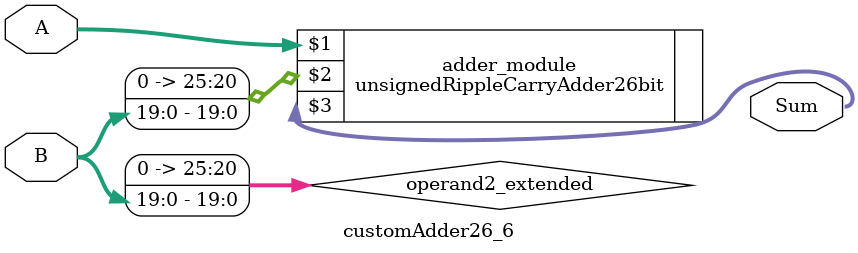
<source format=v>

module customAdder26_6(
                    input [25 : 0] A,
                    input [19 : 0] B,
                    
                    output [26 : 0] Sum
            );

    wire [25 : 0] operand2_extended;
    
    assign operand2_extended =  {6'b0, B};
    
    unsignedRippleCarryAdder26bit adder_module(
        A,
        operand2_extended,
        Sum
    );
    
endmodule
        
</source>
